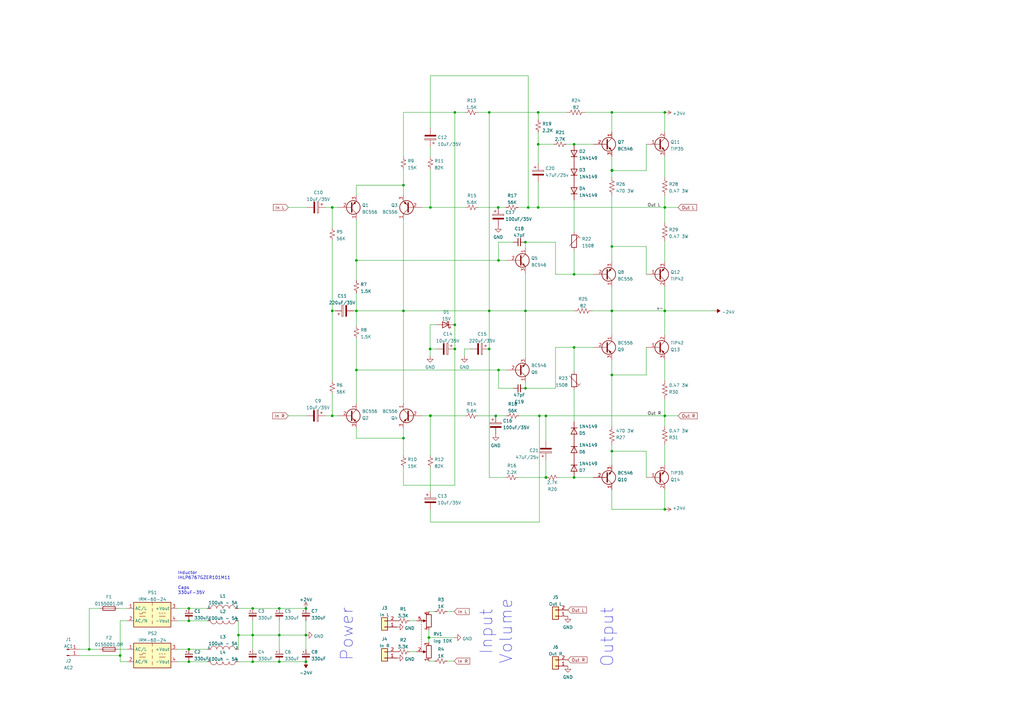
<source format=kicad_sch>
(kicad_sch (version 20211123) (generator eeschema)
  (paper "A3")
  (lib_symbols
    (symbol "Connector:Conn_01x01_Male" (pin_names (offset 1.016) hide)
      (property "Reference" "J" (at 0 2.54 0))
      (property "Value" "Conn_01x01_Male" (at 0 -2.54 0))
      (symbol "Conn_01x01_Male_1_1"
        (pin passive line (at 5.08 0 180) (length 3.81) (name "Pin_1") (number "1"))
      )
    )
    (symbol "Connector_Generic:Conn_01x02" (pin_names (offset 1.016) hide)
      (property "Reference" "J" (at 0 2.54 0))
      (property "Value" "Conn_01x02" (at 0 -5.08 0))
      (symbol "Conn_01x02_1_1"
        (pin passive line (at -5.08 0 0) (length 3.81) (name "Pin_1") (number "1"))
        (pin passive line (at -5.08 -2.54 0) (length 3.81) (name "Pin_2") (number "2"))
      )
    )
    (symbol "Converter_ACDC:IRM-60-24"
      (property "Reference" "PS" (at 0 7.62 0))
      (property "Value" "IRM-60-24" (at 0 -7.62 0))
      (symbol "IRM-60-24_1_1"
        (pin power_in line (at -10.16 2.54 0) (length 2.54) (name "AC/L") (number "1"))
        (pin power_in line (at -10.16 -2.54 0) (length 2.54) (name "AC/N") (number "2"))
        (pin power_out line (at 10.16 2.54 180) (length 2.54) (name "+Vout") (number "3"))
        (pin power_out line (at 10.16 -2.54 180) (length 2.54) (name "-Vout") (number "4"))
      )
    )
    (symbol "Device:C_Polarized" (pin_numbers hide) (pin_names (offset 0.254))
      (property "Reference" "C" (at 0.635 2.54 0))
      (property "Value" "C_Polarized" (at 0.635 -2.54 0))
      (symbol "C_Polarized_1_1"
        (pin passive line (at 0 3.81 270) (length 2.794) (name "~") (number "1"))
        (pin passive line (at 0 -3.81 90) (length 2.794) (name "~") (number "2"))
      )
    )
    (symbol "Device:C_Polarized_Small" (pin_numbers hide) (pin_names (offset 0.254) hide)
      (property "Reference" "C" (at 0.254 1.778 0))
      (property "Value" "C_Polarized_Small" (at 0.254 -2.032 0))
      (symbol "C_Polarized_Small_1_1"
        (pin passive line (at 0 2.54 270) (length 1.8542) (name "~") (number "1"))
        (pin passive line (at 0 -2.54 90) (length 1.8542) (name "~") (number "2"))
      )
    )
    (symbol "Device:C_Small" (pin_numbers hide) (pin_names (offset 0.254) hide)
      (property "Reference" "C" (at 0.254 1.778 0))
      (property "Value" "C_Small" (at 0.254 -2.032 0))
      (symbol "C_Small_1_1"
        (pin passive line (at 0 2.54 270) (length 2.032) (name "~") (number "1"))
        (pin passive line (at 0 -2.54 90) (length 2.032) (name "~") (number "2"))
      )
    )
    (symbol "Device:D_Schottky" (pin_numbers hide) (pin_names (offset 1.016) hide)
      (property "Reference" "D" (at 0 2.54 0))
      (property "Value" "D_Schottky" (at 0 -2.54 0))
      (symbol "D_Schottky_1_1"
        (pin passive line (at -3.81 0 0) (length 2.54) (name "K") (number "1"))
        (pin passive line (at 3.81 0 180) (length 2.54) (name "A") (number "2"))
      )
    )
    (symbol "Device:Fuse" (pin_numbers hide) (pin_names (offset 0))
      (property "Reference" "F" (at 2.032 0 90))
      (property "Value" "Fuse" (at -1.905 0 90))
      (symbol "Fuse_1_1"
        (pin passive line (at 0 3.81 270) (length 1.27) (name "~") (number "1"))
        (pin passive line (at 0 -3.81 90) (length 1.27) (name "~") (number "2"))
      )
    )
    (symbol "Device:R_Potentiometer_Dual" (pin_names (offset 1.016) hide)
      (property "Reference" "RV" (at 0 3.81 0))
      (property "Value" "R_Potentiometer_Dual" (at 0 1.905 0))
      (symbol "R_Potentiometer_Dual_1_1"
        (pin passive line (at -10.16 -2.54 0) (length 1.27) (name "1") (number "1"))
        (pin passive line (at -6.35 2.54 270) (length 2.54) (name "2") (number "2"))
        (pin passive line (at -2.54 -2.54 180) (length 1.27) (name "3") (number "3"))
        (pin passive line (at 2.54 -2.54 0) (length 1.27) (name "4") (number "4"))
        (pin passive line (at 6.35 2.54 270) (length 2.54) (name "5") (number "5"))
        (pin passive line (at 10.16 -2.54 180) (length 1.27) (name "6") (number "6"))
      )
    )
    (symbol "Device:R_Small_US" (pin_numbers hide) (pin_names (offset 0.254) hide)
      (property "Reference" "R" (at 0.762 0.508 0))
      (property "Value" "R_Small_US" (at 0.762 -1.016 0))
      (symbol "R_Small_US_1_1"
        (pin passive line (at 0 2.54 270) (length 1.016) (name "~") (number "1"))
        (pin passive line (at 0 -2.54 90) (length 1.016) (name "~") (number "2"))
      )
    )
    (symbol "Device:R_Trim" (pin_numbers hide) (pin_names (offset 0))
      (property "Reference" "R" (at 2.54 -2.54 90))
      (property "Value" "R_Trim" (at -2.54 -0.635 90))
      (symbol "R_Trim_1_1"
        (pin passive line (at 0 3.81 270) (length 1.27) (name "~") (number "1"))
        (pin passive line (at 0 -3.81 90) (length 1.27) (name "~") (number "2"))
      )
    )
    (symbol "Device:R_US" (pin_numbers hide) (pin_names (offset 0))
      (property "Reference" "R" (at 2.54 0 90))
      (property "Value" "R_US" (at -2.54 0 90))
      (symbol "R_US_1_1"
        (pin passive line (at 0 3.81 270) (length 1.27) (name "~") (number "1"))
        (pin passive line (at 0 -3.81 90) (length 1.27) (name "~") (number "2"))
      )
    )
    (symbol "Diode:1N4149" (pin_numbers hide) (pin_names (offset 1.016) hide)
      (property "Reference" "D" (at 0 2.54 0))
      (property "Value" "1N4149" (at 0 -2.54 0))
      (symbol "1N4149_1_1"
        (pin passive line (at -3.81 0 0) (length 2.54) (name "K") (number "1"))
        (pin passive line (at 3.81 0 180) (length 2.54) (name "A") (number "2"))
      )
    )
    (symbol "Transistor_BJT:BC546" (pin_names (offset 0) hide)
      (property "Reference" "Q" (at 5.08 1.905 0))
      (property "Value" "BC546" (at 5.08 0 0))
      (symbol "BC546_1_1"
        (pin passive line (at 2.54 5.08 270) (length 2.54) (name "C") (number "1"))
        (pin input line (at -5.08 0 0) (length 5.08) (name "B") (number "2"))
        (pin passive line (at 2.54 -5.08 90) (length 2.54) (name "E") (number "3"))
      )
    )
    (symbol "Transistor_BJT:BC556" (pin_names (offset 0) hide)
      (property "Reference" "Q" (at 5.08 1.905 0))
      (property "Value" "BC556" (at 5.08 0 0))
      (symbol "BC556_1_1"
        (pin passive line (at 2.54 5.08 270) (length 2.54) (name "C") (number "1"))
        (pin input line (at -5.08 0 0) (length 5.715) (name "B") (number "2"))
        (pin passive line (at 2.54 -5.08 90) (length 2.54) (name "E") (number "3"))
      )
    )
    (symbol "Transistor_BJT:TIP41" (pin_names (offset 0) hide)
      (property "Reference" "Q" (at 6.35 1.905 0))
      (property "Value" "TIP41" (at 6.35 0 0))
      (symbol "TIP41_1_1"
        (pin input line (at -5.08 0 0) (length 5.715) (name "B") (number "1"))
        (pin passive line (at 2.54 5.08 270) (length 2.54) (name "C") (number "2"))
        (pin passive line (at 2.54 -5.08 90) (length 2.54) (name "E") (number "3"))
      )
    )
    (symbol "Transistor_BJT:TIP42" (pin_names (offset 0) hide)
      (property "Reference" "Q" (at 6.35 1.905 0))
      (property "Value" "TIP42" (at 6.35 0 0))
      (symbol "TIP42_1_1"
        (pin input line (at -5.08 0 0) (length 5.715) (name "B") (number "1"))
        (pin passive line (at 2.54 5.08 270) (length 2.54) (name "C") (number "2"))
        (pin passive line (at 2.54 -5.08 90) (length 2.54) (name "E") (number "3"))
      )
    )
    (symbol "power:+24V" (power) (pin_names (offset 0))
      (property "Value" "+24V" (at 0 3.556 0))
      (symbol "+24V_1_1"
        (pin power_in line (at 0 0 90) (length 0) hide (name "+24V") (number "1"))
      )
    )
    (symbol "power:-24V" (power) (pin_names (offset 0))
      (property "Value" "-24V" (at 0 3.81 0))
      (symbol "-24V_0_0"
        (pin power_in line (at 0 0 90) (length 0) hide (name "-24V") (number "1"))
      )
    )
    (symbol "power:GND" (power) (pin_names (offset 0))
      (property "Value" "GND" (at 0 -3.81 0))
      (symbol "GND_1_1"
        (pin power_in line (at 0 0 270) (length 0) hide (name "GND") (number "1"))
      )
    )
    (symbol "pspice:INDUCTOR" (pin_numbers hide) (pin_names (offset 0))
      (property "Reference" "L" (at 0 2.54 0))
      (property "Value" "INDUCTOR" (at 0 -1.27 0))
      (symbol "INDUCTOR_1_1"
        (pin input line (at -6.35 0 0) (length 1.27) (name "1") (number "1"))
        (pin input line (at 6.35 0 180) (length 1.27) (name "2") (number "2"))
      )
    )
  )
  (junction (at 272.669 208.915))
  (junction (at 235.458 142.494))
  (junction (at 186.563 133.223))
  (junction (at 215.519 99.314))
  (junction (at 204.47 106.807))
  (junction (at 176.403 143.129))
  (junction (at 125.476 260.477))
  (junction (at 220.726 85.09))
  (junction (at 136.271 170.561))
  (junction (at 77.47 271.399))
  (junction (at 103.632 249.555))
  (junction (at 250.952 69.85))
  (junction (at 272.669 127.508))
  (junction (at 223.901 195.834))
  (junction (at 250.952 101.092))
  (junction (at 251.079 69.85))
  (junction (at 204.343 85.09))
  (junction (at 272.669 46.101))
  (junction (at 97.79 260.477))
  (junction (at 250.952 69.977))
  (junction (at 220.726 46.101))
  (junction (at 176.53 170.561))
  (junction (at 223.901 170.561))
  (junction (at 224.028 195.834))
  (junction (at 146.177 106.807))
  (junction (at 146.177 151.765))
  (junction (at 114.554 271.399))
  (junction (at 136.271 85.09))
  (junction (at 216.662 85.09))
  (junction (at 272.669 170.561))
  (junction (at 77.47 254.635))
  (junction (at 175.895 261.493))
  (junction (at 200.66 143.129))
  (junction (at 250.952 46.101))
  (junction (at 176.53 170.434))
  (junction (at 125.476 271.399))
  (junction (at 77.47 266.319))
  (junction (at 200.66 46.101))
  (junction (at 165.481 179.705))
  (junction (at 235.458 112.522))
  (junction (at 165.481 127.508))
  (junction (at 146.177 127.508))
  (junction (at 176.53 85.09))
  (junction (at 250.952 127.508))
  (junction (at 125.476 249.555))
  (junction (at 215.519 127.508))
  (junction (at 114.554 249.555))
  (junction (at 77.47 249.555))
  (junction (at 204.47 151.765))
  (junction (at 165.481 75.946))
  (junction (at 103.632 271.399))
  (junction (at 200.66 127.508))
  (junction (at 220.726 59.182))
  (junction (at 136.271 127.508))
  (junction (at 235.458 195.834))
  (junction (at 272.669 85.09))
  (junction (at 215.519 159.258))
  (junction (at 186.563 143.129))
  (junction (at 49.276 268.859))
  (junction (at 103.632 260.477))
  (junction (at 235.458 59.182))
  (junction (at 203.327 170.561))
  (junction (at 250.952 153.797))
  (junction (at 250.952 185.039))
  (junction (at 186.563 46.101))
  (junction (at 36.576 266.319))
  (junction (at 221.234 170.561))
  (junction (at 114.554 260.477))
  (wire (pts (xy 146.177 106.807) (xy 204.47 106.807)))
  (wire (pts (xy 240.03 46.101) (xy 250.952 46.101)))
  (wire (pts (xy 272.669 54.102) (xy 272.669 46.101)))
  (wire (pts (xy 196.088 85.09) (xy 204.343 85.09)))
  (wire (pts (xy 136.271 127.508) (xy 136.271 156.337)))
  (wire (pts (xy 272.669 117.602) (xy 272.669 127.508)))
  (wire (pts (xy 215.519 127.508) (xy 215.519 146.685)))
  (wire (pts (xy 265.049 142.494) (xy 265.049 153.797)))
  (wire (pts (xy 146.177 151.765) (xy 146.177 165.481)))
  (wire (pts (xy 220.726 46.101) (xy 200.66 46.101)))
  (wire (pts (xy 165.481 199.009) (xy 186.563 199.009)))
  (wire (pts (xy 221.234 214.122) (xy 221.234 170.561)))
  (wire (pts (xy 77.47 271.399) (xy 85.09 271.399)))
  (wire (pts (xy 186.563 133.223) (xy 186.563 143.129)))
  (wire (pts (xy 103.632 260.477) (xy 103.632 266.319)))
  (wire (pts (xy 265.049 69.977) (xy 250.952 69.977)))
  (wire (pts (xy 190.5 143.129) (xy 193.04 143.129)))
  (wire (pts (xy 250.952 69.85) (xy 250.952 69.977)))
  (wire (pts (xy 186.436 261.493) (xy 175.895 261.493)))
  (wire (pts (xy 250.952 127.508) (xy 272.669 127.508)))
  (wire (pts (xy 165.481 46.101) (xy 165.481 64.389)))
  (wire (pts (xy 175.895 258.445) (xy 175.895 261.493)))
  (wire (pts (xy 265.049 101.092) (xy 250.952 101.092)))
  (wire (pts (xy 250.952 182.372) (xy 250.952 185.039)))
  (wire (pts (xy 272.669 80.264) (xy 272.669 85.09)))
  (wire (pts (xy 176.53 69.469) (xy 176.53 85.09)))
  (wire (pts (xy 146.177 151.765) (xy 204.47 151.765)))
  (wire (pts (xy 220.726 59.182) (xy 220.726 54.229)))
  (wire (pts (xy 167.894 254.635) (xy 170.815 254.635)))
  (wire (pts (xy 97.79 254.635) (xy 97.79 260.477)))
  (wire (pts (xy 235.458 142.494) (xy 227.838 142.494)))
  (wire (pts (xy 114.554 271.399) (xy 125.476 271.399)))
  (wire (pts (xy 49.276 268.859) (xy 49.276 271.399)))
  (wire (pts (xy 173.101 85.09) (xy 176.53 85.09)))
  (wire (pts (xy 136.271 170.561) (xy 138.557 170.561)))
  (wire (pts (xy 165.481 75.946) (xy 165.481 80.01)))
  (wire (pts (xy 250.952 80.264) (xy 250.952 101.092)))
  (wire (pts (xy 40.894 249.555) (xy 36.576 249.555)))
  (wire (pts (xy 114.554 260.477) (xy 125.476 260.477)))
  (wire (pts (xy 52.324 254.635) (xy 49.276 254.635)))
  (wire (pts (xy 146.177 138.811) (xy 146.177 151.765)))
  (wire (pts (xy 114.554 260.477) (xy 114.554 266.319)))
  (wire (pts (xy 215.519 127.508) (xy 235.331 127.508)))
  (wire (pts (xy 103.632 260.477) (xy 114.554 260.477)))
  (wire (pts (xy 167.894 267.335) (xy 170.815 267.335)))
  (wire (pts (xy 204.47 159.258) (xy 204.47 151.765)))
  (wire (pts (xy 136.271 98.552) (xy 136.271 127.508)))
  (wire (pts (xy 183.388 271.145) (xy 186.309 271.145)))
  (wire (pts (xy 272.669 64.262) (xy 272.669 72.644)))
  (wire (pts (xy 220.726 85.09) (xy 216.662 85.09)))
  (wire (pts (xy 204.47 106.807) (xy 207.899 106.807)))
  (wire (pts (xy 272.669 190.754) (xy 272.669 182.372)))
  (wire (pts (xy 250.952 46.101) (xy 250.952 54.102)))
  (wire (pts (xy 176.53 85.09) (xy 191.008 85.09)))
  (wire (pts (xy 204.47 151.765) (xy 207.899 151.765)))
  (wire (pts (xy 186.563 46.101) (xy 190.881 46.101)))
  (wire (pts (xy 272.669 85.09) (xy 272.669 91.313)))
  (wire (pts (xy 97.79 260.477) (xy 97.79 266.319)))
  (wire (pts (xy 183.388 250.825) (xy 186.309 250.825)))
  (wire (pts (xy 272.669 85.09) (xy 278.13 85.09)))
  (wire (pts (xy 32.512 266.319) (xy 36.576 266.319)))
  (wire (pts (xy 272.669 170.561) (xy 223.901 170.561)))
  (wire (pts (xy 242.951 127.508) (xy 250.952 127.508)))
  (wire (pts (xy 48.514 266.319) (xy 52.324 266.319)))
  (wire (pts (xy 176.403 143.129) (xy 176.403 146.05)))
  (wire (pts (xy 250.952 153.797) (xy 250.952 147.574)))
  (wire (pts (xy 146.177 179.705) (xy 165.481 179.705)))
  (wire (pts (xy 97.79 260.477) (xy 103.632 260.477)))
  (wire (pts (xy 165.481 69.469) (xy 165.481 75.946)))
  (wire (pts (xy 125.476 254.635) (xy 125.476 260.477)))
  (wire (pts (xy 146.177 175.641) (xy 146.177 179.705)))
  (wire (pts (xy 227.838 99.314) (xy 215.519 99.314)))
  (wire (pts (xy 176.53 209.042) (xy 176.53 214.122)))
  (wire (pts (xy 165.481 90.17) (xy 165.481 127.508)))
  (wire (pts (xy 145.034 127.508) (xy 146.177 127.508)))
  (wire (pts (xy 250.952 208.915) (xy 250.952 200.914)))
  (wire (pts (xy 200.66 46.101) (xy 200.66 127.508)))
  (wire (pts (xy 250.952 137.414) (xy 250.952 127.508)))
  (wire (pts (xy 72.644 249.555) (xy 77.47 249.555)))
  (wire (pts (xy 186.563 143.129) (xy 186.563 199.009)))
  (wire (pts (xy 146.177 80.01) (xy 146.177 75.946)))
  (wire (pts (xy 72.644 266.319) (xy 77.47 266.319)))
  (wire (pts (xy 97.79 249.555) (xy 103.632 249.555)))
  (wire (pts (xy 221.234 170.561) (xy 223.901 170.561)))
  (wire (pts (xy 229.108 195.834) (xy 235.458 195.834)))
  (wire (pts (xy 165.481 191.897) (xy 165.481 199.009)))
  (wire (pts (xy 175.895 261.493) (xy 175.895 263.525)))
  (wire (pts (xy 250.952 101.092) (xy 250.952 107.442)))
  (wire (pts (xy 77.47 254.635) (xy 85.09 254.635)))
  (wire (pts (xy 176.53 186.817) (xy 176.53 170.561)))
  (wire (pts (xy 146.177 75.946) (xy 165.481 75.946)))
  (wire (pts (xy 72.644 271.399) (xy 77.47 271.399)))
  (wire (pts (xy 190.5 143.129) (xy 190.5 146.05)))
  (wire (pts (xy 265.049 59.182) (xy 265.049 69.977)))
  (wire (pts (xy 250.952 64.262) (xy 250.952 69.85)))
  (wire (pts (xy 243.332 112.522) (xy 235.458 112.522)))
  (wire (pts (xy 250.952 174.752) (xy 250.952 153.797)))
  (wire (pts (xy 146.177 90.17) (xy 146.177 106.807)))
  (wire (pts (xy 49.276 271.399) (xy 52.324 271.399)))
  (wire (pts (xy 118.237 170.561) (xy 125.73 170.561)))
  (wire (pts (xy 227.838 112.522) (xy 227.838 99.314)))
  (wire (pts (xy 272.669 174.752) (xy 272.669 170.561)))
  (wire (pts (xy 272.669 46.101) (xy 250.952 46.101)))
  (wire (pts (xy 204.343 85.09) (xy 207.518 85.09)))
  (wire (pts (xy 165.481 46.101) (xy 186.563 46.101)))
  (wire (pts (xy 173.101 170.561) (xy 176.53 170.561)))
  (wire (pts (xy 223.901 195.834) (xy 224.028 195.834)))
  (wire (pts (xy 272.669 208.915) (xy 250.952 208.915)))
  (wire (pts (xy 210.439 99.314) (xy 204.47 99.314)))
  (wire (pts (xy 103.632 249.555) (xy 114.554 249.555)))
  (wire (pts (xy 220.726 67.056) (xy 220.726 59.182)))
  (wire (pts (xy 265.049 185.039) (xy 250.952 185.039)))
  (wire (pts (xy 175.895 250.825) (xy 178.308 250.825)))
  (wire (pts (xy 200.66 143.129) (xy 200.66 195.834)))
  (wire (pts (xy 32.512 268.859) (xy 49.276 268.859)))
  (wire (pts (xy 235.458 102.743) (xy 235.458 112.522)))
  (wire (pts (xy 176.53 52.578) (xy 176.53 31.115)))
  (wire (pts (xy 272.669 170.561) (xy 278.13 170.561)))
  (wire (pts (xy 220.726 59.182) (xy 227.203 59.182)))
  (wire (pts (xy 200.66 127.508) (xy 215.519 127.508)))
  (wire (pts (xy 227.838 159.258) (xy 215.519 159.258)))
  (wire (pts (xy 176.53 60.198) (xy 176.53 64.389)))
  (wire (pts (xy 103.632 271.399) (xy 114.554 271.399)))
  (wire (pts (xy 165.481 127.508) (xy 200.66 127.508)))
  (wire (pts (xy 49.276 254.635) (xy 49.276 268.859)))
  (wire (pts (xy 220.726 49.149) (xy 220.726 46.101)))
  (wire (pts (xy 220.726 74.676) (xy 220.726 85.09)))
  (wire (pts (xy 146.177 106.807) (xy 146.177 115.062)))
  (wire (pts (xy 272.669 85.09) (xy 220.726 85.09)))
  (wire (pts (xy 195.961 46.101) (xy 200.66 46.101)))
  (wire (pts (xy 146.177 120.142) (xy 146.177 127.508)))
  (wire (pts (xy 235.458 82.042) (xy 235.458 95.123)))
  (wire (pts (xy 146.177 127.508) (xy 165.481 127.508)))
  (wire (pts (xy 227.838 142.494) (xy 227.838 159.258)))
  (wire (pts (xy 223.901 188.595) (xy 223.901 195.834)))
  (wire (pts (xy 176.53 214.122) (xy 221.234 214.122)))
  (wire (pts (xy 235.458 112.522) (xy 227.838 112.522)))
  (wire (pts (xy 103.632 254.635) (xy 103.632 260.477)))
  (wire (pts (xy 203.327 170.561) (xy 207.772 170.561)))
  (wire (pts (xy 223.901 180.975) (xy 223.901 170.561)))
  (wire (pts (xy 195.961 170.561) (xy 203.327 170.561)))
  (wire (pts (xy 176.53 170.561) (xy 176.53 170.434)))
  (wire (pts (xy 216.662 85.09) (xy 212.598 85.09)))
  (wire (pts (xy 265.049 195.834) (xy 265.049 185.039)))
  (wire (pts (xy 243.332 142.494) (xy 235.458 142.494)))
  (wire (pts (xy 118.237 85.09) (xy 125.857 85.09)))
  (wire (pts (xy 97.79 271.399) (xy 103.632 271.399)))
  (wire (pts (xy 232.283 59.182) (xy 235.458 59.182)))
  (wire (pts (xy 36.576 249.555) (xy 36.576 266.319)))
  (wire (pts (xy 136.271 161.417) (xy 136.271 170.561)))
  (wire (pts (xy 133.35 170.561) (xy 136.271 170.561)))
  (wire (pts (xy 204.47 99.314) (xy 204.47 106.807)))
  (wire (pts (xy 77.47 249.555) (xy 85.09 249.555)))
  (wire (pts (xy 133.477 85.09) (xy 136.271 85.09)))
  (wire (pts (xy 125.476 260.477) (xy 125.476 266.319)))
  (wire (pts (xy 176.53 31.115) (xy 216.662 31.115)))
  (wire (pts (xy 165.481 179.705) (xy 165.481 186.817)))
  (wire (pts (xy 176.403 143.129) (xy 178.943 143.129)))
  (wire (pts (xy 250.952 69.977) (xy 250.952 72.644)))
  (wire (pts (xy 215.519 159.258) (xy 215.519 156.845)))
  (wire (pts (xy 72.644 254.635) (xy 77.47 254.635)))
  (wire (pts (xy 36.576 266.319) (xy 40.894 266.319)))
  (wire (pts (xy 265.049 112.522) (xy 265.049 101.092)))
  (wire (pts (xy 272.669 98.933) (xy 272.669 107.442)))
  (wire (pts (xy 190.881 170.561) (xy 176.53 170.561)))
  (wire (pts (xy 200.66 195.834) (xy 207.391 195.834)))
  (wire (pts (xy 176.403 133.223) (xy 176.403 143.129)))
  (wire (pts (xy 114.554 254.635) (xy 114.554 260.477)))
  (wire (pts (xy 165.481 127.508) (xy 165.481 165.481)))
  (wire (pts (xy 186.563 133.223) (xy 186.563 46.101)))
  (wire (pts (xy 77.47 266.319) (xy 85.09 266.319)))
  (wire (pts (xy 272.669 137.414) (xy 272.669 127.508)))
  (wire (pts (xy 136.271 85.09) (xy 136.271 93.472)))
  (wire (pts (xy 235.458 172.974) (xy 235.458 159.893)))
  (wire (pts (xy 178.943 133.223) (xy 176.403 133.223)))
  (wire (pts (xy 165.481 179.705) (xy 165.481 175.641)))
  (wire (pts (xy 136.271 127.508) (xy 137.414 127.508)))
  (wire (pts (xy 212.471 195.834) (xy 223.901 195.834)))
  (wire (pts (xy 250.952 69.85) (xy 251.079 69.85)))
  (wire (pts (xy 146.177 127.508) (xy 146.177 133.731)))
  (wire (pts (xy 136.271 85.09) (xy 138.557 85.09)))
  (wire (pts (xy 114.554 249.555) (xy 125.476 249.555)))
  (wire (pts (xy 210.439 159.258) (xy 204.47 159.258)))
  (wire (pts (xy 235.458 195.834) (xy 243.332 195.834)))
  (wire (pts (xy 215.519 111.887) (xy 215.519 127.508)))
  (wire (pts (xy 250.952 185.039) (xy 250.952 190.754)))
  (wire (pts (xy 200.66 127.508) (xy 200.66 143.129)))
  (wire (pts (xy 272.669 200.914) (xy 272.669 208.915)))
  (wire (pts (xy 272.669 127.508) (xy 292.862 127.508)))
  (wire (pts (xy 212.852 170.561) (xy 221.234 170.561)))
  (wire (pts (xy 175.895 271.145) (xy 178.308 271.145)))
  (wire (pts (xy 215.519 99.314) (xy 215.519 101.727)))
  (wire (pts (xy 265.049 153.797) (xy 250.952 153.797)))
  (wire (pts (xy 235.458 59.182) (xy 243.332 59.182)))
  (wire (pts (xy 272.669 156.083) (xy 272.669 147.574)))
  (wire (pts (xy 235.458 152.273) (xy 235.458 142.494)))
  (wire (pts (xy 48.514 249.555) (xy 52.324 249.555)))
  (wire (pts (xy 250.952 117.602) (xy 250.952 127.508)))
  (wire (pts (xy 176.53 191.897) (xy 176.53 201.422)))
  (wire (pts (xy 272.669 163.703) (xy 272.669 170.561)))
  (wire (pts (xy 216.662 31.115) (xy 216.662 85.09)))
  (wire (pts (xy 220.726 46.101) (xy 232.41 46.101)))
  (text "Power" (at 145.161 271.272 90) (effects (font (size 5 5)) (justify left bottom)))
  (text " Input\nVolume\n" (at 210.439 272.542 90) (effects (font (size 5 5)) (justify left bottom)))
  (text "Inductor\nIHLP6767GZER101M11\n\nCaps\n330uF-35V\n" (at 72.898 243.967 0) (effects (font (size 1.27 1.27)) (justify left bottom)))
  (text "Output\n" (at 251.968 273.812 90) (effects (font (size 5 5)) (justify left bottom)))
  (label "Out R" (at 265.557 170.561 0))
  (label "Out L" (at 265.557 85.09 0))
  (label "v-" (at 269.367 127.508 0))
  (global_label "In L" (shape input) (at 186.309 250.825 0) (property "Intersheet References" "${INTERSHEET_REFS}" (effects hide)))
  (global_label "Out R" (shape input) (at 278.13 170.561 0) (property "Intersheet References" "${INTERSHEET_REFS}" (effects hide)))
  (global_label "Out L" (shape input) (at 278.13 85.09 0) (property "Intersheet References" "${INTERSHEET_REFS}" (effects hide)))
  (global_label "In L" (shape input) (at 118.237 85.09 180) (property "Intersheet References" "${INTERSHEET_REFS}" (effects hide)))
  (global_label "In R" (shape input) (at 186.309 271.145 0) (property "Intersheet References" "${INTERSHEET_REFS}" (effects hide)))
  (global_label "Out L" (shape input) (at 232.918 250.19 0) (property "Intersheet References" "${INTERSHEET_REFS}" (effects hide)))
  (global_label "In R" (shape input) (at 118.237 170.561 180) (property "Intersheet References" "${INTERSHEET_REFS}" (effects hide)))
  (global_label "Out R" (shape input) (at 232.918 270.637 0) (property "Intersheet References" "${INTERSHEET_REFS}" (effects hide)))
  (symbol (lib_id "Device:R_Small_US") (at 146.177 136.271 0) (unit 1)
    (property "Reference" "R8" (at 147.828 135.3625 0) (effects (justify left)))
    (property "Value" "1.5K" (at 147.828 138.1376 0) (effects (justify left)))
    (property "Footprint" "Resistor_SMD:R_1206_3216Metric" (effects hide))
  )
  (symbol (lib_id "Device:R_Small_US") (at 165.354 267.335 90) (unit 1)
    (property "Reference" "R2" (at 165.354 262.4795 90))
    (property "Value" "3.3K" (at 165.354 265.2546 90))
    (property "Footprint" "Resistor_SMD:R_1206_3216Metric" (effects hide))
  )
  (symbol (lib_id "Device:D_Schottky") (at 182.753 133.223 180) (unit 1)
    (property "Reference" "D1" (at 183.0705 127.9865 0))
    (property "Value" "15V" (at 183.0705 130.7616 0))
    (property "Footprint" "Diode_SMD:D_SMA-SMB_Universal_Handsoldering" (effects hide))
  )
  (symbol (lib_id "Device:C_Polarized") (at 176.53 56.388 180) (unit 1)
    (property "Reference" "C12" (at 179.451 56.3685 0) (effects (justify right)))
    (property "Value" "10uF/35V" (at 179.451 59.1436 0) (effects (justify right)))
    (property "Footprint" "Capacitor_SMD:CP_Elec_5x5.3" (effects hide))
  )
  (symbol (lib_id "Connector:Conn_01x01_Male") (at 27.432 266.319 0) (unit 1)
    (property "Reference" "J1" (at 28.067 262.2763 0))
    (property "Value" "AC1" (at 28.067 265.0514 0))
    (property "Footprint" "Custom Library:Spade Conector 6.3mm TE_1217861" (effects hide))
  )
  (symbol (lib_id "Transistor_BJT:BC546") (at 212.979 106.807 0) (unit 1)
    (property "Reference" "Q5" (at 217.8304 105.8985 0) (effects (justify left)))
    (property "Value" "BC546" (at 217.8304 108.6736 0) (effects (justify left)))
    (property "Footprint" "Package_TO_SOT_THT:TO-92_Inline" (effects hide))
    (property "Datasheet" "https://www.onsemi.com/pub/Collateral/BC550-D.pdf" (effects hide))
  )
  (symbol (lib_id "power:GND") (at 162.814 269.875 90) (unit 1)
    (property "Reference" "#PWR0105" (effects hide))
    (property "Value" "GND" (at 165.989 270.354 90) (effects (justify right)))
  )
  (symbol (lib_id "pspice:INDUCTOR") (at 91.44 271.399 0) (mirror x) (unit 1)
    (property "Reference" "L4" (at 91.44 267.5595 0))
    (property "Value" "100uh - 5A" (at 91.44 270.3346 0))
    (property "Footprint" "Inductor_SMD:L_Vishay_IHLP-6767" (effects hide))
  )
  (symbol (lib_id "Diode:1N4149") (at 235.458 70.612 90) (unit 1)
    (property "Reference" "D3" (at 237.49 69.7035 90) (effects (justify right)))
    (property "Value" "1N4149" (at 237.49 72.4786 90) (effects (justify right)))
    (property "Footprint" "Diode_THT:D_DO-35_SOD27_P7.62mm_Horizontal" (effects hide))
    (property "Datasheet" "http://www.microsemi.com/document-portal/doc_view/11580-lds-0239" (effects hide))
  )
  (symbol (lib_id "Device:C_Polarized_Small") (at 77.47 252.095 0) (unit 1)
    (property "Reference" "C1" (at 79.629 250.6404 0) (effects (justify left)))
    (property "Value" "330uF" (at 79.629 253.4155 0) (effects (justify left)))
    (property "Footprint" "Capacitor_SMD:CP_Elec_16x17.5" (effects hide))
  )
  (symbol (lib_id "Converter_ACDC:IRM-60-24") (at 62.484 252.095 0) (unit 1)
    (property "Reference" "PS1" (at 62.484 243.0485 0))
    (property "Value" "IRM-60-24" (at 62.484 245.8236 0))
    (property "Footprint" "Converter_ACDC:Converter_ACDC_MeanWell_IRM-60-xx_THT" (effects hide))
    (property "Datasheet" "http://www.meanwellusa.com/productPdf.aspx?i=687" (effects hide))
  )
  (symbol (lib_id "Device:R_Small_US") (at 165.354 254.635 90) (unit 1)
    (property "Reference" "R1" (at 165.354 249.7795 90))
    (property "Value" "3.3K" (at 165.354 252.5546 90))
    (property "Footprint" "Resistor_SMD:R_1206_3216Metric" (effects hide))
  )
  (symbol (lib_id "Device:C_Polarized") (at 204.343 88.9 0) (unit 1)
    (property "Reference" "C17" (at 207.264 87.1025 0) (effects (justify left)))
    (property "Value" "100uF/35V" (at 207.264 89.8776 0) (effects (justify left)))
    (property "Footprint" "Capacitor_SMD:CP_Elec_8x10" (effects hide))
  )
  (symbol (lib_id "Device:C_Polarized") (at 220.726 70.866 0) (unit 1)
    (property "Reference" "C20" (at 223.647 69.0685 0) (effects (justify left)))
    (property "Value" "47uF/25v" (at 223.647 71.8436 0) (effects (justify left)))
    (property "Footprint" "Capacitor_SMD:CP_Elec_16x17.5" (effects hide))
  )
  (symbol (lib_id "Device:R_Trim") (at 235.458 98.933 0) (unit 1)
    (property "Reference" "R22" (at 238.633 98.0245 0) (effects (justify left)))
    (property "Value" "1508" (at 238.633 100.7996 0) (effects (justify left)))
    (property "Footprint" "Resistor_SMD:R_1206_3216Metric" (effects hide))
  )
  (symbol (lib_id "power:GND") (at 232.918 252.73 0) (unit 1)
    (property "Reference" "#PWR0107" (effects hide))
    (property "Value" "GND" (at 232.918 257.2925 0))
  )
  (symbol (lib_id "Device:C_Polarized_Small") (at 77.47 268.859 0) (unit 1)
    (property "Reference" "C2" (at 79.629 267.4044 0) (effects (justify left)))
    (property "Value" "330uF" (at 79.629 270.1795 0) (effects (justify left)))
    (property "Footprint" "Capacitor_SMD:CP_Elec_16x17.5" (effects hide))
  )
  (symbol (lib_id "Device:R_US") (at 250.952 178.562 0) (mirror x) (unit 1)
    (property "Reference" "R27" (at 252.603 179.4705 0) (effects (justify left)))
    (property "Value" "470 3W" (at 252.603 176.6954 0) (effects (justify left)))
    (property "Footprint" "Resistor_THT:R_Axial_DIN0309_L9.0mm_D3.2mm_P15.24mm_Horizontal" (effects hide))
  )
  (symbol (lib_id "Connector_Generic:Conn_01x02") (at 157.734 257.175 180) (unit 1)
    (property "Reference" "J3" (at 157.734 249.3985 0))
    (property "Value" "In L" (at 157.734 252.1736 0))
    (property "Footprint" "Connector_Wire:SolderWire-0.5sqmm_1x02_P4.6mm_D0.9mm_OD2.1mm" (effects hide))
  )
  (symbol (lib_id "Transistor_BJT:TIP41") (at 270.129 59.182 0) (unit 1)
    (property "Reference" "Q11" (at 274.9804 58.2735 0) (effects (justify left)))
    (property "Value" "TIP35" (at 274.9804 61.0486 0) (effects (justify left)))
    (property "Footprint" "Package_TO_SOT_THT:TO-247-3_Vertical" (effects hide))
    (property "Datasheet" "https://www.centralsemi.com/get_document.php?cmp=1&mergetype=pd&mergepath=pd&pdf_id=tip41.PDF" (effects hide))
  )
  (symbol (lib_id "Diode:1N4149") (at 235.458 184.404 90) (mirror x) (unit 1)
    (property "Reference" "D6" (at 237.49 185.3125 90) (effects (justify right)))
    (property "Value" "1N4149" (at 237.49 182.5374 90) (effects (justify right)))
    (property "Footprint" "Diode_THT:D_DO-35_SOD27_P7.62mm_Horizontal" (effects hide))
    (property "Datasheet" "http://www.microsemi.com/document-portal/doc_view/11580-lds-0239" (effects hide))
  )
  (symbol (lib_id "power:+24V") (at 125.476 249.555 0) (unit 1)
    (property "Reference" "#PWR0103" (effects hide))
    (property "Value" "+24V" (at 125.476 245.9505 0))
  )
  (symbol (lib_id "Transistor_BJT:BC556") (at 143.637 170.561 0) (unit 1)
    (property "Reference" "Q2" (at 148.4884 171.4695 0) (effects (justify left)))
    (property "Value" "BC556" (at 148.4884 168.6944 0) (effects (justify left)))
    (property "Footprint" "Package_TO_SOT_THT:TO-92_Inline" (effects hide))
    (property "Datasheet" "https://www.onsemi.com/pub/Collateral/BC556BTA-D.pdf" (effects hide))
  )
  (symbol (lib_id "Transistor_BJT:BC556") (at 248.412 142.494 0) (unit 1)
    (property "Reference" "Q9" (at 253.2634 143.4025 0) (effects (justify left)))
    (property "Value" "BC556" (at 253.2634 140.6274 0) (effects (justify left)))
    (property "Footprint" "Package_TO_SOT_THT:TO-92_Inline" (effects hide))
    (property "Datasheet" "https://www.onsemi.com/pub/Collateral/BC556BTA-D.pdf" (effects hide))
  )
  (symbol (lib_id "Transistor_BJT:BC556") (at 143.637 85.09 0) (mirror x) (unit 1)
    (property "Reference" "Q1" (at 148.4884 84.1815 0) (effects (justify left)))
    (property "Value" "BC556" (at 148.4884 86.9566 0) (effects (justify left)))
    (property "Footprint" "Package_TO_SOT_THT:TO-92_Inline" (effects hide))
    (property "Datasheet" "https://www.onsemi.com/pub/Collateral/BC556BTA-D.pdf" (effects hide))
  )
  (symbol (lib_id "Device:C_Polarized_Small") (at 103.632 252.095 0) (unit 1)
    (property "Reference" "C3" (at 105.791 250.6404 0) (effects (justify left)))
    (property "Value" "330uF" (at 105.791 253.4155 0) (effects (justify left)))
    (property "Footprint" "Capacitor_SMD:CP_Elec_16x17.5" (effects hide))
  )
  (symbol (lib_id "Device:R_US") (at 272.669 178.562 0) (mirror x) (unit 1)
    (property "Reference" "R31" (at 274.32 179.4705 0) (effects (justify left)))
    (property "Value" "0.47 3W" (at 274.32 176.6954 0) (effects (justify left)))
    (property "Footprint" "Resistor_THT:R_Axial_DIN0617_L17.0mm_D6.0mm_P20.32mm_Horizontal" (effects hide))
  )
  (symbol (lib_id "Connector_Generic:Conn_01x02") (at 227.838 273.177 180) (unit 1)
    (property "Reference" "J6" (at 227.838 265.4005 0))
    (property "Value" "Out R" (at 227.838 268.1756 0))
    (property "Footprint" "Connector_Wire:SolderWire-0.5sqmm_1x02_P4.6mm_D0.9mm_OD2.1mm" (effects hide))
  )
  (symbol (lib_id "Device:Fuse") (at 44.704 249.555 90) (unit 1)
    (property "Reference" "F1" (at 44.704 244.8265 90))
    (property "Value" "0155001.DR" (at 44.704 247.6016 90))
    (property "Footprint" "Fuse:Fuseholder_Littelfuse_100_series_5x20mm" (effects hide))
  )
  (symbol (lib_id "Device:R_Small_US") (at 176.53 66.929 0) (unit 1)
    (property "Reference" "R11" (at 178.181 66.0205 0) (effects (justify left)))
    (property "Value" "82K" (at 178.181 68.7956 0) (effects (justify left)))
    (property "Footprint" "Resistor_SMD:R_1206_3216Metric" (effects hide))
  )
  (symbol (lib_id "Device:C_Polarized_Small") (at 114.554 252.095 0) (unit 1)
    (property "Reference" "C5" (at 116.713 250.6404 0) (effects (justify left)))
    (property "Value" "330uF" (at 116.713 253.4155 0) (effects (justify left)))
    (property "Footprint" "Capacitor_SMD:CP_Elec_16x17.5" (effects hide))
  )
  (symbol (lib_id "Device:R_Small_US") (at 210.058 85.09 90) (unit 1)
    (property "Reference" "R17" (at 210.058 80.2345 90))
    (property "Value" "56K" (at 210.058 83.0096 90))
    (property "Footprint" "Resistor_SMD:R_1206_3216Metric" (effects hide))
  )
  (symbol (lib_id "power:GND") (at 186.436 261.493 90) (unit 1)
    (property "Reference" "#PWR0106" (effects hide))
    (property "Value" "GND" (at 189.611 261.972 90) (effects (justify right)))
  )
  (symbol (lib_id "Device:C_Polarized") (at 196.85 143.129 270) (unit 1)
    (property "Reference" "C15" (at 197.739 137.0035 90))
    (property "Value" "220uF/35V" (at 197.739 139.7786 90))
    (property "Footprint" "Capacitor_SMD:CP_Elec_8x10" (effects hide))
  )
  (symbol (lib_id "Transistor_BJT:BC556") (at 248.412 112.522 0) (mirror x) (unit 1)
    (property "Reference" "Q8" (at 253.2634 111.6135 0) (effects (justify left)))
    (property "Value" "BC556" (at 253.2634 114.3886 0) (effects (justify left)))
    (property "Footprint" "Package_TO_SOT_THT:TO-92_Inline" (effects hide))
    (property "Datasheet" "https://www.onsemi.com/pub/Collateral/BC556BTA-D.pdf" (effects hide))
  )
  (symbol (lib_id "power:-24V") (at 292.862 127.508 270) (unit 1)
    (property "Reference" "#PWR0111" (effects hide))
    (property "Value" "-24V" (at 296.037 127.987 90) (effects (justify left)))
  )
  (symbol (lib_id "Transistor_BJT:BC546") (at 212.979 151.765 0) (mirror x) (unit 1)
    (property "Reference" "Q6" (at 217.8304 152.6735 0) (effects (justify left)))
    (property "Value" "BC546" (at 217.8304 149.8984 0) (effects (justify left)))
    (property "Footprint" "Package_TO_SOT_THT:TO-92_Inline" (effects hide))
    (property "Datasheet" "https://www.onsemi.com/pub/Collateral/BC550-D.pdf" (effects hide))
  )
  (symbol (lib_id "Device:R_Small_US") (at 210.312 170.561 90) (unit 1)
    (property "Reference" "R18" (at 210.312 165.7055 90))
    (property "Value" "56K" (at 210.312 168.4806 90))
    (property "Footprint" "Resistor_SMD:R_1206_3216Metric" (effects hide))
  )
  (symbol (lib_id "Device:R_Small_US") (at 180.848 250.825 90) (unit 1)
    (property "Reference" "R3" (at 180.848 245.9695 90))
    (property "Value" "1K" (at 180.848 248.7446 90))
    (property "Footprint" "Resistor_SMD:R_1206_3216Metric" (effects hide))
  )
  (symbol (lib_id "Device:R_Small_US") (at 220.726 51.689 180) (unit 1)
    (property "Reference" "R19" (at 222.377 50.7805 0) (effects (justify right)))
    (property "Value" "2.2K" (at 222.377 53.5556 0) (effects (justify right)))
    (property "Footprint" "Resistor_SMD:R_1206_3216Metric" (effects hide))
  )
  (symbol (lib_id "Device:C_Polarized_Small") (at 125.476 268.859 0) (unit 1)
    (property "Reference" "C8" (at 127.635 267.4044 0) (effects (justify left)))
    (property "Value" "330uF" (at 127.635 270.1795 0) (effects (justify left)))
    (property "Footprint" "Capacitor_SMD:CP_Elec_16x17.5" (effects hide))
  )
  (symbol (lib_id "Device:C_Polarized") (at 203.327 174.371 0) (unit 1)
    (property "Reference" "C16" (at 206.248 172.5735 0) (effects (justify left)))
    (property "Value" "100uF/35V" (at 206.248 175.3486 0) (effects (justify left)))
    (property "Footprint" "Capacitor_SMD:CP_Elec_8x10" (effects hide))
  )
  (symbol (lib_id "Device:R_Small_US") (at 209.931 195.834 90) (unit 1)
    (property "Reference" "R16" (at 209.931 190.9785 90))
    (property "Value" "2.2K" (at 209.931 193.7536 90))
    (property "Footprint" "Resistor_SMD:R_1206_3216Metric" (effects hide))
  )
  (symbol (lib_id "Diode:1N4149") (at 235.458 62.992 90) (unit 1)
    (property "Reference" "D2" (at 237.49 62.0835 90) (effects (justify right)))
    (property "Value" "1N4149" (at 237.49 64.8586 90) (effects (justify right)))
    (property "Footprint" "Diode_THT:D_DO-35_SOD27_P7.62mm_Horizontal" (effects hide))
    (property "Datasheet" "http://www.microsemi.com/document-portal/doc_view/11580-lds-0239" (effects hide))
  )
  (symbol (lib_id "Connector_Generic:Conn_01x02") (at 227.838 252.73 180) (unit 1)
    (property "Reference" "J5" (at 227.838 244.9535 0))
    (property "Value" "Out L" (at 227.838 247.7286 0))
    (property "Footprint" "Connector_Wire:SolderWire-0.5sqmm_1x02_P4.6mm_D0.9mm_OD2.1mm" (effects hide))
  )
  (symbol (lib_id "Device:C_Polarized_Small") (at 114.554 268.859 0) (unit 1)
    (property "Reference" "C6" (at 116.713 267.4044 0) (effects (justify left)))
    (property "Value" "330uF" (at 116.713 270.1795 0) (effects (justify left)))
    (property "Footprint" "Capacitor_SMD:CP_Elec_16x17.5" (effects hide))
  )
  (symbol (lib_id "power:-24V") (at 125.476 271.399 180) (unit 1)
    (property "Reference" "#PWR0102" (effects hide))
    (property "Value" "-24V" (at 125.476 275.9615 0))
  )
  (symbol (lib_id "Device:R_US") (at 272.669 95.123 0) (unit 1)
    (property "Reference" "R29" (at 274.32 94.2145 0) (effects (justify left)))
    (property "Value" "0.47 3W" (at 274.32 96.9896 0) (effects (justify left)))
    (property "Footprint" "Resistor_THT:R_Axial_DIN0617_L17.0mm_D6.0mm_P20.32mm_Horizontal" (effects hide))
  )
  (symbol (lib_id "Diode:1N4149") (at 235.458 192.024 90) (mirror x) (unit 1)
    (property "Reference" "D7" (at 237.49 192.9325 90) (effects (justify right)))
    (property "Value" "1N4149" (at 237.49 190.1574 90) (effects (justify right)))
    (property "Footprint" "Diode_THT:D_DO-35_SOD27_P7.62mm_Horizontal" (effects hide))
    (property "Datasheet" "http://www.microsemi.com/document-portal/doc_view/11580-lds-0239" (effects hide))
  )
  (symbol (lib_id "Transistor_BJT:BC546") (at 248.412 195.834 0) (mirror x) (unit 1)
    (property "Reference" "Q10" (at 253.2634 196.7425 0) (effects (justify left)))
    (property "Value" "BC546" (at 253.2634 193.9674 0) (effects (justify left)))
    (property "Footprint" "Package_TO_SOT_THT:TO-92_Inline" (effects hide))
    (property "Datasheet" "https://www.onsemi.com/pub/Collateral/BC550-D.pdf" (effects hide))
  )
  (symbol (lib_id "Transistor_BJT:TIP42") (at 270.129 112.522 0) (mirror x) (unit 1)
    (property "Reference" "Q12" (at 274.9804 111.6135 0) (effects (justify left)))
    (property "Value" "TIP42" (at 274.9804 114.3886 0) (effects (justify left)))
    (property "Footprint" "Package_TO_SOT_THT:TO-247-3_Vertical" (effects hide))
    (property "Datasheet" "https://www.centralsemi.com/get_document.php?cmp=1&mergetype=pd&mergepath=pd&pdf_id=TIP42.PDF" (effects hide))
  )
  (symbol (lib_id "Device:R_US") (at 236.22 46.101 270) (unit 1)
    (property "Reference" "R24" (at 236.22 41.2455 90))
    (property "Value" "82" (at 236.22 44.0206 90))
    (property "Footprint" "Resistor_THT:R_Axial_DIN0617_L17.0mm_D6.0mm_P20.32mm_Horizontal" (effects hide))
  )
  (symbol (lib_id "power:+24V") (at 272.669 208.915 270) (mirror x) (unit 1)
    (property "Reference" "#PWR0109" (effects hide))
    (property "Value" "+24V" (at 275.844 208.436 90) (effects (justify left)))
  )
  (symbol (lib_id "Device:R_Small_US") (at 165.481 189.357 0) (unit 1)
    (property "Reference" "R10" (at 167.132 188.4485 0) (effects (justify left)))
    (property "Value" "15K" (at 167.132 191.2236 0) (effects (justify left)))
    (property "Footprint" "Resistor_SMD:R_1206_3216Metric" (effects hide))
  )
  (symbol (lib_id "power:GND") (at 162.814 257.175 90) (unit 1)
    (property "Reference" "#PWR0104" (effects hide))
    (property "Value" "GND" (at 165.989 257.654 90) (effects (justify right)))
  )
  (symbol (lib_id "power:GND") (at 203.327 178.181 0) (unit 1)
    (property "Reference" "#PWR0110" (effects hide))
    (property "Value" "GND" (at 203.327 182.7435 0))
  )
  (symbol (lib_id "Transistor_BJT:BC556") (at 168.021 170.561 0) (mirror y) (unit 1)
    (property "Reference" "Q4" (at 163.1696 171.4695 0) (effects (justify left)))
    (property "Value" "BC556" (at 163.1696 168.6944 0) (effects (justify left)))
    (property "Footprint" "Package_TO_SOT_THT:TO-92_Inline" (effects hide))
    (property "Datasheet" "https://www.onsemi.com/pub/Collateral/BC556BTA-D.pdf" (effects hide))
  )
  (symbol (lib_id "Device:R_Small_US") (at 146.177 117.602 0) (unit 1)
    (property "Reference" "R7" (at 147.828 116.6935 0) (effects (justify left)))
    (property "Value" "1.5K" (at 147.828 119.4686 0) (effects (justify left)))
    (property "Footprint" "Resistor_SMD:R_1206_3216Metric" (effects hide))
  )
  (symbol (lib_id "Device:R_Small_US") (at 193.421 170.561 90) (unit 1)
    (property "Reference" "R14" (at 193.421 165.7055 90))
    (property "Value" "5.6K" (at 193.421 168.4806 90))
    (property "Footprint" "Resistor_SMD:R_1206_3216Metric" (effects hide))
  )
  (symbol (lib_id "Device:R_Small_US") (at 136.271 96.012 0) (unit 1)
    (property "Reference" "R5" (at 137.922 95.1035 0) (effects (justify left)))
    (property "Value" "56K" (at 137.922 97.8786 0) (effects (justify left)))
    (property "Footprint" "Resistor_SMD:R_1206_3216Metric" (effects hide))
  )
  (symbol (lib_id "Device:R_US") (at 272.669 76.454 0) (unit 1)
    (property "Reference" "R28" (at 274.32 75.5455 0) (effects (justify left)))
    (property "Value" "0.47 3W" (at 274.32 78.3206 0) (effects (justify left)))
    (property "Footprint" "Resistor_THT:R_Axial_DIN0617_L17.0mm_D6.0mm_P20.32mm_Horizontal" (effects hide))
  )
  (symbol (lib_id "Device:R_Small_US") (at 229.743 59.182 270) (unit 1)
    (property "Reference" "R21" (at 229.743 54.3265 90))
    (property "Value" "2.7K" (at 229.743 57.1016 90))
    (property "Footprint" "Resistor_SMD:R_1206_3216Metric" (effects hide))
  )
  (symbol (lib_id "Diode:1N4149") (at 235.458 78.232 90) (unit 1)
    (property "Reference" "D4" (at 237.49 77.3235 90) (effects (justify right)))
    (property "Value" "1N4149" (at 237.49 80.0986 90) (effects (justify right)))
    (property "Footprint" "Diode_THT:D_DO-35_SOD27_P7.62mm_Horizontal" (effects hide))
    (property "Datasheet" "http://www.microsemi.com/document-portal/doc_view/11580-lds-0239" (effects hide))
  )
  (symbol (lib_id "pspice:INDUCTOR") (at 91.44 266.319 0) (unit 1)
    (property "Reference" "L3" (at 91.44 261.2095 0))
    (property "Value" "100uh - 5A" (at 91.44 263.9846 0))
    (property "Footprint" "Inductor_SMD:L_Vishay_IHLP-6767" (effects hide))
  )
  (symbol (lib_id "power:+24V") (at 272.669 46.101 270) (unit 1)
    (property "Reference" "#PWR0112" (effects hide))
    (property "Value" "+24V" (at 275.844 46.58 90) (effects (justify left)))
  )
  (symbol (lib_id "power:GND") (at 232.918 273.177 0) (unit 1)
    (property "Reference" "#PWR0108" (effects hide))
    (property "Value" "GND" (at 232.918 277.7395 0))
  )
  (symbol (lib_id "power:GND") (at 125.476 260.477 90) (unit 1)
    (property "Reference" "#PWR0101" (effects hide))
    (property "Value" "GND" (at 128.651 260.956 90) (effects (justify right)))
  )
  (symbol (lib_id "Device:R_Small_US") (at 176.53 189.357 0) (unit 1)
    (property "Reference" "R12" (at 178.181 188.4485 0) (effects (justify left)))
    (property "Value" "82K" (at 178.181 191.2236 0) (effects (justify left)))
    (property "Footprint" "Resistor_SMD:R_1206_3216Metric" (effects hide))
  )
  (symbol (lib_id "Device:R_Potentiometer_Dual") (at 173.355 260.985 90) (unit 1)
    (property "Reference" "RV1" (at 177.673 260.0765 90) (effects (justify right)))
    (property "Value" "log 10K" (at 177.673 262.8516 90) (effects (justify right)))
    (property "Footprint" "Potentiometer_THT:Potentiometer_Alps_RK163_Dual_Horizontal" (effects hide))
  )
  (symbol (lib_id "Device:R_Small_US") (at 165.481 66.929 0) (unit 1)
    (property "Reference" "R9" (at 167.132 66.0205 0) (effects (justify left)))
    (property "Value" "15K" (at 167.132 68.7956 0) (effects (justify left)))
    (property "Footprint" "Resistor_SMD:R_1206_3216Metric" (effects hide))
  )
  (symbol (lib_id "Device:C_Small") (at 212.979 99.314 90) (unit 1)
    (property "Reference" "C18" (at 212.9853 93.7854 90))
    (property "Value" "47pF" (at 212.9853 96.5605 90))
    (property "Footprint" "Capacitor_THT:C_Rect_L7.2mm_W4.5mm_P5.00mm_FKS2_FKP2_MKS2_MKP2" (effects hide))
  )
  (symbol (lib_id "Transistor_BJT:TIP42") (at 270.129 142.494 0) (unit 1)
    (property "Reference" "Q13" (at 274.9804 143.4025 0) (effects (justify left)))
    (property "Value" "TIP42" (at 274.9804 140.6274 0) (effects (justify left)))
    (property "Footprint" "Package_TO_SOT_THT:TO-247-3_Vertical" (effects hide))
    (property "Datasheet" "https://www.centralsemi.com/get_document.php?cmp=1&mergetype=pd&mergepath=pd&pdf_id=TIP42.PDF" (effects hide))
  )
  (symbol (lib_id "Device:R_Small_US") (at 226.568 195.834 270) (mirror x) (unit 1)
    (property "Reference" "R20" (at 226.568 200.6895 90))
    (property "Value" "2.7K" (at 226.568 197.9144 90))
    (property "Footprint" "Resistor_SMD:R_1206_3216Metric" (effects hide))
  )
  (symbol (lib_id "Device:C_Polarized") (at 141.224 127.508 90) (unit 1)
    (property "Reference" "C11" (at 140.335 121.3825 90))
    (property "Value" "220uF/35V" (at 140.335 124.1576 90))
    (property "Footprint" "Capacitor_SMD:CP_Elec_8x10" (effects hide))
  )
  (symbol (lib_id "Transistor_BJT:BC556") (at 168.021 85.09 180) (unit 1)
    (property "Reference" "Q3" (at 163.1696 84.1815 0) (effects (justify left)))
    (property "Value" "BC556" (at 163.1696 86.9566 0) (effects (justify left)))
    (property "Footprint" "Package_TO_SOT_THT:TO-92_Inline" (effects hide))
    (property "Datasheet" "https://www.onsemi.com/pub/Collateral/BC556BTA-D.pdf" (effects hide))
  )
  (symbol (lib_id "Device:C_Polarized") (at 223.901 184.785 0) (mirror x) (unit 1)
    (property "Reference" "C21" (at 220.98 184.7655 0) (effects (justify right)))
    (property "Value" "47uF/25v" (at 220.98 187.5406 0) (effects (justify right)))
    (property "Footprint" "Capacitor_SMD:CP_Elec_16x17.5" (effects hide))
  )
  (symbol (lib_id "Device:C_Small") (at 212.979 159.258 90) (mirror x) (unit 1)
    (property "Reference" "C19" (at 212.9853 164.7866 90))
    (property "Value" "47pF" (at 212.9853 162.0115 90))
    (property "Footprint" "Capacitor_THT:C_Rect_L7.2mm_W4.5mm_P5.00mm_FKS2_FKP2_MKS2_MKP2" (effects hide))
  )
  (symbol (lib_id "Converter_ACDC:IRM-60-24") (at 62.484 268.859 0) (unit 1)
    (property "Reference" "PS2" (at 62.484 259.8125 0))
    (property "Value" "IRM-60-24" (at 62.484 262.5876 0))
    (property "Footprint" "Converter_ACDC:Converter_ACDC_MeanWell_IRM-60-xx_THT" (effects hide))
    (property "Datasheet" "http://www.meanwellusa.com/productPdf.aspx?i=687" (effects hide))
  )
  (symbol (lib_id "Connector_Generic:Conn_01x02") (at 157.734 269.875 180) (unit 1)
    (property "Reference" "J4" (at 157.734 262.0985 0))
    (property "Value" "In R" (at 157.734 264.8736 0))
    (property "Footprint" "Connector_Wire:SolderWire-0.5sqmm_1x02_P4.6mm_D0.9mm_OD2.1mm" (effects hide))
  )
  (symbol (lib_id "Device:C_Polarized") (at 182.753 143.129 270) (unit 1)
    (property "Reference" "C14" (at 183.642 137.0035 90))
    (property "Value" "10uF/35V" (at 183.642 139.7786 90))
    (property "Footprint" "Capacitor_SMD:CP_Elec_5x5.3" (effects hide))
  )
  (symbol (lib_id "Device:R_Small_US") (at 193.421 46.101 90) (unit 1)
    (property "Reference" "R13" (at 193.421 41.2455 90))
    (property "Value" "1.5K" (at 193.421 44.0206 90))
    (property "Footprint" "Resistor_SMD:R_1206_3216Metric" (effects hide))
  )
  (symbol (lib_id "Device:C_Polarized") (at 129.54 170.561 270) (unit 1)
    (property "Reference" "C9" (at 130.429 164.4355 90))
    (property "Value" "10uF/35V" (at 130.429 167.2106 90))
    (property "Footprint" "Capacitor_SMD:CP_Elec_5x5.3" (effects hide))
  )
  (symbol (lib_id "Device:R_Small_US") (at 193.548 85.09 90) (unit 1)
    (property "Reference" "R15" (at 193.548 80.2345 90))
    (property "Value" "5.6K" (at 193.548 83.0096 90))
    (property "Footprint" "Resistor_SMD:R_1206_3216Metric" (effects hide))
  )
  (symbol (lib_id "Device:R_Trim") (at 235.458 156.083 0) (mirror x) (unit 1)
    (property "Reference" "R23" (at 232.9181 155.1745 0) (effects (justify right)))
    (property "Value" "1508" (at 232.9181 157.9496 0) (effects (justify right)))
    (property "Footprint" "Resistor_SMD:R_1206_3216Metric" (effects hide))
  )
  (symbol (lib_id "Device:C_Polarized_Small") (at 103.632 268.859 0) (unit 1)
    (property "Reference" "C4" (at 105.791 267.4044 0) (effects (justify left)))
    (property "Value" "330uF" (at 105.791 270.1795 0) (effects (justify left)))
    (property "Footprint" "Capacitor_SMD:CP_Elec_16x17.5" (effects hide))
  )
  (symbol (lib_id "Diode:1N4149") (at 235.458 176.784 90) (mirror x) (unit 1)
    (property "Reference" "D5" (at 237.49 177.6925 90) (effects (justify right)))
    (property "Value" "1N4149" (at 237.49 174.9174 90) (effects (justify right)))
    (property "Footprint" "Diode_THT:D_DO-35_SOD27_P7.62mm_Horizontal" (effects hide))
    (property "Datasheet" "http://www.microsemi.com/document-portal/doc_view/11580-lds-0239" (effects hide))
  )
  (symbol (lib_id "Device:Fuse") (at 44.704 266.319 90) (unit 1)
    (property "Reference" "F2" (at 44.704 261.5905 90))
    (property "Value" "0155001.DR" (at 44.704 264.3656 90))
    (property "Footprint" "Fuse:Fuseholder_Littelfuse_100_series_5x20mm" (effects hide))
  )
  (symbol (lib_id "pspice:INDUCTOR") (at 91.44 254.635 0) (mirror x) (unit 1)
    (property "Reference" "L2" (at 91.44 250.7955 0))
    (property "Value" "100uh - 5A" (at 91.44 253.5706 0))
    (property "Footprint" "Inductor_SMD:L_Vishay_IHLP-6767" (effects hide))
  )
  (symbol (lib_id "Transistor_BJT:TIP41") (at 270.129 195.834 0) (mirror x) (unit 1)
    (property "Reference" "Q14" (at 274.9804 196.7425 0) (effects (justify left)))
    (property "Value" "TIP35" (at 274.9804 193.9674 0) (effects (justify left)))
    (property "Footprint" "Package_TO_SOT_THT:TO-247-3_Vertical" (effects hide))
    (property "Datasheet" "https://www.centralsemi.com/get_document.php?cmp=1&mergetype=pd&mergepath=pd&pdf_id=tip41.PDF" (effects hide))
  )
  (symbol (lib_id "Device:C_Polarized") (at 176.53 205.232 0) (unit 1)
    (property "Reference" "C13" (at 179.451 203.4345 0) (effects (justify left)))
    (property "Value" "10uF/35V" (at 179.451 206.2096 0) (effects (justify left)))
    (property "Footprint" "Capacitor_SMD:CP_Elec_5x5.3" (effects hide))
  )
  (symbol (lib_id "Device:R_US") (at 239.141 127.508 270) (unit 1)
    (property "Reference" "R25" (at 239.141 122.6525 90))
    (property "Value" "82" (at 239.141 125.4276 90))
    (property "Footprint" "Resistor_THT:R_Axial_DIN0617_L17.0mm_D6.0mm_P20.32mm_Horizontal" (effects hide))
  )
  (symbol (lib_id "Device:R_Small_US") (at 136.271 158.877 0) (unit 1)
    (property "Reference" "R6" (at 137.922 157.9685 0) (effects (justify left)))
    (property "Value" "56K" (at 137.922 160.7436 0) (effects (justify left)))
    (property "Footprint" "Resistor_SMD:R_1206_3216Metric" (effects hide))
  )
  (symbol (lib_id "Device:R_US") (at 250.952 76.454 0) (unit 1)
    (property "Reference" "R26" (at 252.603 75.5455 0) (effects (justify left)))
    (property "Value" "470 3W" (at 252.603 78.3206 0) (effects (justify left)))
    (property "Footprint" "Resistor_THT:R_Axial_DIN0309_L9.0mm_D3.2mm_P15.24mm_Horizontal" (effects hide))
  )
  (symbol (lib_id "power:GND") (at 176.403 146.05 0) (unit 1)
    (property "Reference" "#PWR0113" (effects hide))
    (property "Value" "GND" (at 176.403 150.6125 0))
  )
  (symbol (lib_id "pspice:INDUCTOR") (at 91.44 249.555 0) (unit 1)
    (property "Reference" "L1" (at 91.44 244.4455 0))
    (property "Value" "100uh - 5A" (at 91.44 247.2206 0))
    (property "Footprint" "Inductor_SMD:L_Vishay_IHLP-6767" (effects hide))
  )
  (symbol (lib_id "Device:R_Small_US") (at 180.848 271.145 90) (unit 1)
    (property "Reference" "R4" (at 180.848 266.2895 90))
    (property "Value" "1K" (at 180.848 269.0646 90))
    (property "Footprint" "Resistor_SMD:R_1206_3216Metric" (effects hide))
  )
  (symbol (lib_id "Device:R_US") (at 272.669 159.893 0) (mirror x) (unit 1)
    (property "Reference" "R30" (at 274.32 160.8015 0) (effects (justify left)))
    (property "Value" "0.47 3W" (at 274.32 158.0264 0) (effects (justify left)))
    (property "Footprint" "Resistor_THT:R_Axial_DIN0617_L17.0mm_D6.0mm_P20.32mm_Horizontal" (effects hide))
  )
  (symbol (lib_id "Device:C_Polarized") (at 129.667 85.09 270) (unit 1)
    (property "Reference" "C10" (at 130.556 78.9645 90))
    (property "Value" "10uF/35V" (at 130.556 81.7396 90))
    (property "Footprint" "Capacitor_SMD:CP_Elec_5x5.3" (effects hide))
  )
  (symbol (lib_id "Device:C_Polarized_Small") (at 125.476 252.095 0) (unit 1)
    (property "Reference" "C7" (at 127.635 250.6404 0) (effects (justify left)))
    (property "Value" "330uF" (at 127.635 253.4155 0) (effects (justify left)))
    (property "Footprint" "Capacitor_SMD:CP_Elec_16x17.5" (effects hide))
  )
  (symbol (lib_id "power:GND") (at 190.5 146.05 0) (unit 1)
    (property "Reference" "#PWR0114" (effects hide))
    (property "Value" "GND" (at 190.5 150.6125 0))
  )
  (symbol (lib_id "power:GND") (at 204.343 92.71 0) (unit 1)
    (property "Reference" "#PWR0115" (effects hide))
    (property "Value" "GND" (at 204.343 97.2725 0))
  )
  (symbol (lib_id "Connector:Conn_01x01_Male") (at 27.432 268.859 0) (unit 1)
    (property "Reference" "J2" (at 28.067 271.0847 0))
    (property "Value" "AC2" (at 28.067 273.8598 0))
    (property "Footprint" "Custom Library:Spade Conector 6.3mm TE_1217861" (effects hide))
  )
  (symbol (lib_id "Transistor_BJT:BC546") (at 248.412 59.182 0) (unit 1)
    (property "Reference" "Q7" (at 253.2634 58.2735 0) (effects (justify left)))
    (property "Value" "BC546" (at 253.2634 61.0486 0) (effects (justify left)))
    (property "Footprint" "Package_TO_SOT_THT:TO-92_Inline" (effects hide))
    (property "Datasheet" "https://www.onsemi.com/pub/Collateral/BC550-D.pdf" (effects hide))
  )
)
</source>
